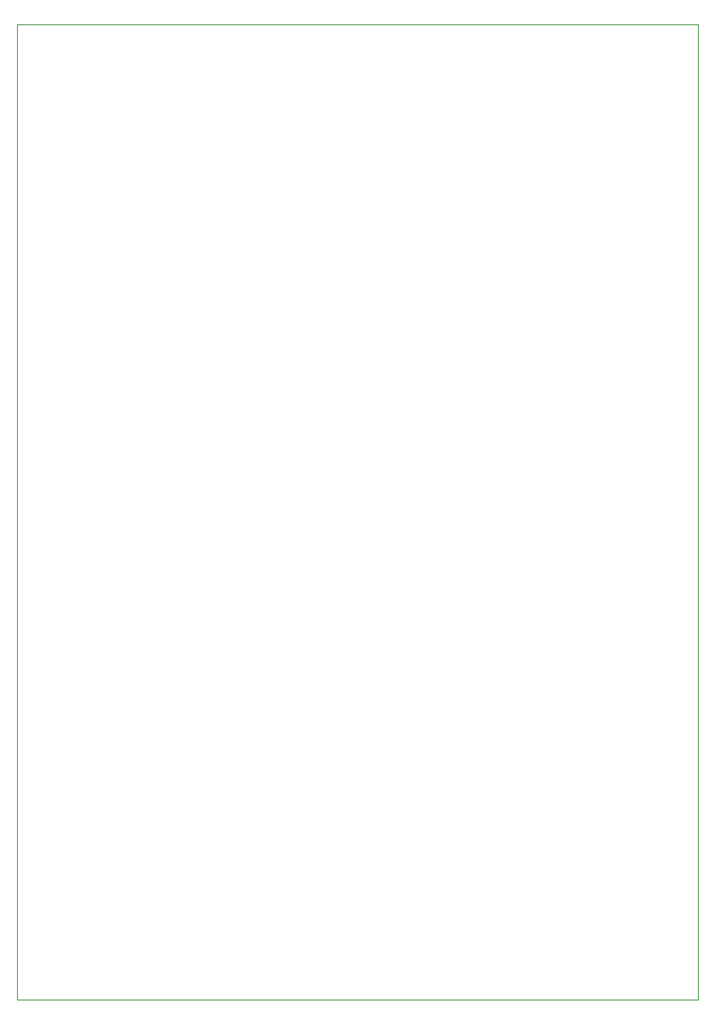
<source format=gbr>
%TF.GenerationSoftware,Altium Limited,Altium Designer,25.2.1 (25)*%
G04 Layer_Color=0*
%FSLAX45Y45*%
%MOMM*%
%TF.SameCoordinates,263333B9-CEA0-44AE-B74E-27EC067FB1C6*%
%TF.FilePolarity,Positive*%
%TF.FileFunction,Profile,NP*%
%TF.Part,Single*%
G01*
G75*
%TA.AperFunction,Profile*%
%ADD43C,0.02540*%
D43*
X63500D02*
X7162800D01*
Y10160000D01*
X63500D01*
Y0D01*
%TF.MD5,2094beeb32a01720f7f593c561547c17*%
M02*

</source>
